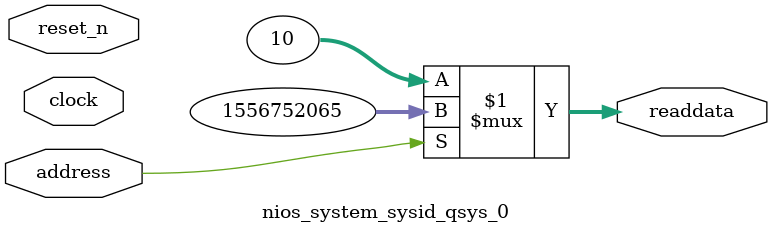
<source format=v>



// synthesis translate_off
`timescale 1ns / 1ps
// synthesis translate_on

// turn off superfluous verilog processor warnings 
// altera message_level Level1 
// altera message_off 10034 10035 10036 10037 10230 10240 10030 

module nios_system_sysid_qsys_0 (
               // inputs:
                address,
                clock,
                reset_n,

               // outputs:
                readdata
             )
;

  output  [ 31: 0] readdata;
  input            address;
  input            clock;
  input            reset_n;

  wire    [ 31: 0] readdata;
  //control_slave, which is an e_avalon_slave
  assign readdata = address ? 1556752065 : 10;

endmodule



</source>
